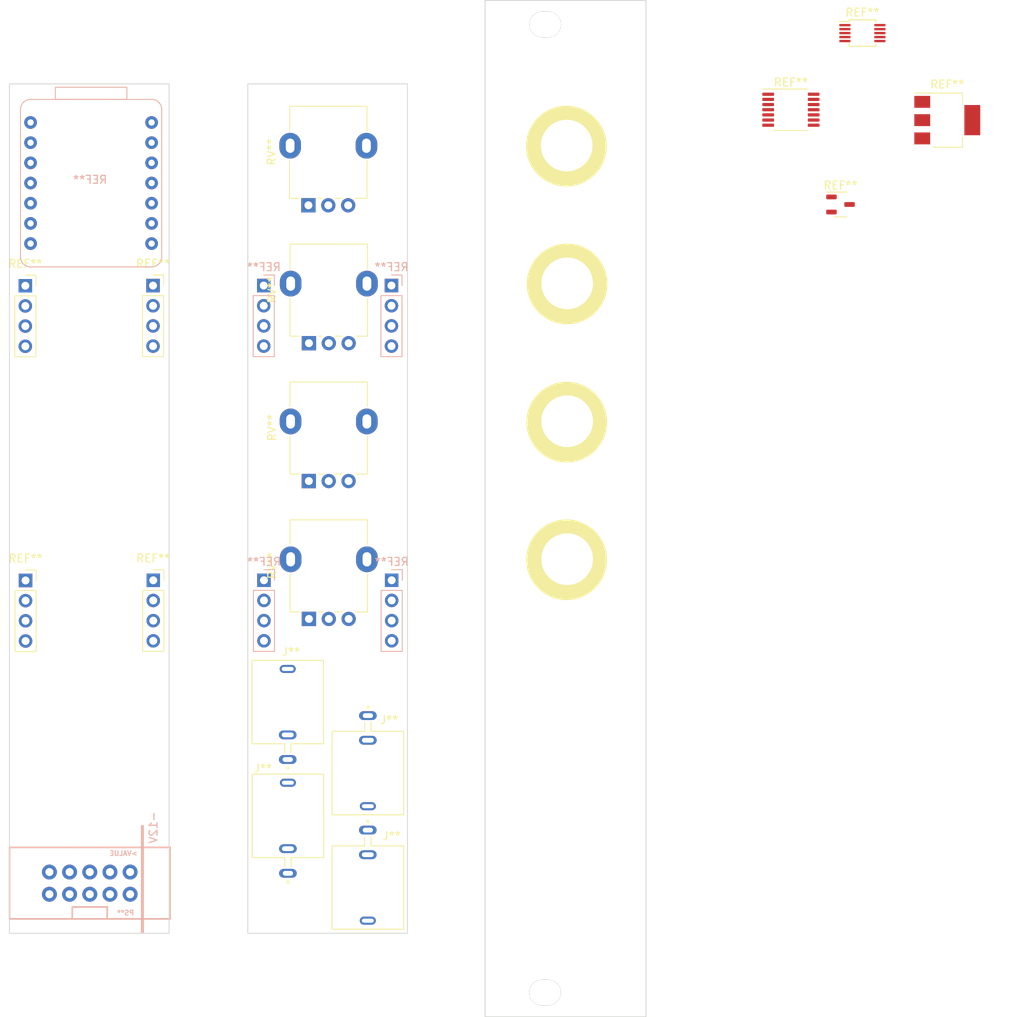
<source format=kicad_pcb>
(kicad_pcb (version 20221018) (generator pcbnew)
  (layers (0 "F.Cu" signal) (31 "B.Cu" signal) (34 "B.Paste" user) (35 "F.Paste" user) (36 "B.SilkS" user "B.Silkscreen") (37 "F.SilkS" user "F.Silkscreen") (38 "B.Mask" user) (39 "F.Mask" user) (44 "Edge.Cuts" user))
  (net 0 "")
  (footprint "MountingHole:MountingHole_6.5mm" (layer "F.Cu") (at 148.138403 57.892605)
    (fp_text reference "REF**" hide)
    (fp_text value "MountingHole_6.5mm" hide)
    (pad "" np_thru_hole circle (at 0 0) (size 6.5 6.5) (drill 6.5) (layers "*.Cu" "*.Mask"))
  )
  (footprint "Connector_PinSocket_2.54mm:PinSocket_1x04_P2.54mm_Vertical" (layer "F.Cu") (at 79.941899 58.192159)
    (fp_text reference "REF**" (at 0 -2.77) (layer "F.SilkS"))
    (fp_text value "PinSocket_1x04_P2.54mm_Vertical" hide)
    (fp_line (start -1.33 1.27) (end -1.33 8.95) (stroke (width 0.12)) (layer "F.SilkS"))
    (fp_line (start -1.33 1.27) (end 1.33 1.27) (stroke (width 0.12)) (layer "F.SilkS"))
    (fp_line (start -1.33 8.95) (end 1.33 8.95) (stroke (width 0.12)) (layer "F.SilkS"))
    (fp_line (start 0 -1.33) (end 1.33 -1.33) (stroke (width 0.12)) (layer "F.SilkS"))
    (fp_line (start 1.33 -1.33) (end 1.33 0) (stroke (width 0.12)) (layer "F.SilkS"))
    (fp_line (start 1.33 1.27) (end 1.33 8.95) (stroke (width 0.12)) (layer "F.SilkS"))
    (pad "1" thru_hole rect (at 0 0) (size 1.7 1.7) (drill 1) (layers "*.Cu" "*.Mask"))
    (pad "2" thru_hole oval (at 0 2.54) (size 1.7 1.7) (drill 1) (layers "*.Cu" "*.Mask"))
    (pad "3" thru_hole oval (at 0 5.08) (size 1.7 1.7) (drill 1) (layers "*.Cu" "*.Mask"))
    (pad "4" thru_hole oval (at 0 7.62) (size 1.7 1.7) (drill 1) (layers "*.Cu" "*.Mask"))
  )
  (footprint "Connector_PinSocket_2.54mm:PinSocket_1x04_P2.54mm_Vertical" (layer "F.Cu") (at 96.042765 95.264418)
    (fp_text reference "REF**" (at 0 -2.77) (layer "F.SilkS"))
    (fp_text value "PinSocket_1x04_P2.54mm_Vertical" hide)
    (fp_line (start -1.33 1.27) (end -1.33 8.95) (stroke (width 0.12)) (layer "F.SilkS"))
    (fp_line (start -1.33 1.27) (end 1.33 1.27) (stroke (width 0.12)) (layer "F.SilkS"))
    (fp_line (start -1.33 8.95) (end 1.33 8.95) (stroke (width 0.12)) (layer "F.SilkS"))
    (fp_line (start 0 -1.33) (end 1.33 -1.33) (stroke (width 0.12)) (layer "F.SilkS"))
    (fp_line (start 1.33 -1.33) (end 1.33 0) (stroke (width 0.12)) (layer "F.SilkS"))
    (fp_line (start 1.33 1.27) (end 1.33 8.95) (stroke (width 0.12)) (layer "F.SilkS"))
    (pad "1" thru_hole rect (at 0 0) (size 1.7 1.7) (drill 1) (layers "*.Cu" "*.Mask"))
    (pad "2" thru_hole oval (at 0 2.54) (size 1.7 1.7) (drill 1) (layers "*.Cu" "*.Mask"))
    (pad "3" thru_hole oval (at 0 5.08) (size 1.7 1.7) (drill 1) (layers "*.Cu" "*.Mask"))
    (pad "4" thru_hole oval (at 0 7.62) (size 1.7 1.7) (drill 1) (layers "*.Cu" "*.Mask"))
  )
  (footprint "MountingHole:MountingHole_6.5mm" (layer "F.Cu") (at 148.07917 40.55298)
    (fp_text reference "REF**" hide)
    (fp_text value "MountingHole_6.5mm" hide)
    (pad "" np_thru_hole circle (at 0 0) (size 6.5 6.5) (drill 6.5) (layers "*.Cu" "*.Mask"))
  )
  (footprint "Package_TO_SOT_SMD:SOT-23-3" (layer "F.Cu") (at 182.539574 47.964469)
    (fp_text reference "REF**" (at 0 -2.4) (layer "F.SilkS"))
    (fp_text value " LM4040C10IDBZR ")
    (fp_line (start 0 -1.56) (end -1.8 -1.56) (stroke (width 0.12)) (layer "F.SilkS"))
    (fp_line (start 0 -1.56) (end 0.8 -1.56) (stroke (width 0.12)) (layer "F.SilkS"))
    (fp_line (start 0 1.56) (end -0.8 1.56) (stroke (width 0.12)) (layer "F.SilkS"))
    (fp_line (start 0 1.56) (end 0.8 1.56) (stroke (width 0.12)) (layer "F.SilkS"))
    (pad "1" smd roundrect (at -1.1375 -0.95) (size 1.325 0.6) (layers "F.Cu" "F.Paste" "F.Mask"))
    (pad "2" smd roundrect (at -1.1375 0.95) (size 1.325 0.6) (layers "F.Cu" "F.Paste" "F.Mask"))
    (pad "3" smd roundrect (at 1.1375 0) (size 1.325 0.6) (layers "F.Cu" "F.Paste" "F.Mask"))
  )
  (footprint "winterbloom:MountingHole_M3_Slotted_Eurorack" (layer "F.Cu") (at 145.372255 25.307521)
    (fp_text reference " " hide)
    (fp_text value " " hide)
    (pad "" np_thru_hole roundrect (at 0 0) (size 4 3.2) (drill oval 4 3.2) (layers "*.Cu" "*.Mask") (roundrect_rratio 0.5))
  )
  (footprint "Package_SO:MSOP-10_3x3mm_P0.5mm" (layer "F.Cu") (at 185.296481 26.392135)
    (fp_text reference "REF**" (at 0 -2.6) (layer "F.SilkS"))
    (fp_text value " ADC124S051CIMM/NOPB ")
    (fp_line (start -1.675 -1.675) (end -1.675 -1.45) (stroke (width 0.15)) (layer "F.SilkS"))
    (fp_line (start -1.675 -1.675) (end 1.675 -1.675) (stroke (width 0.15)) (layer "F.SilkS"))
    (fp_line (start -1.675 -1.45) (end -2.9 -1.45) (stroke (width 0.15)) (layer "F.SilkS"))
    (fp_line (start -1.675 1.675) (end -1.675 1.375) (stroke (width 0.15)) (layer "F.SilkS"))
    (fp_line (start -1.675 1.675) (end 1.675 1.675) (stroke (width 0.15)) (layer "F.SilkS"))
    (fp_line (start 1.675 -1.675) (end 1.675 -1.375) (stroke (width 0.15)) (layer "F.SilkS"))
    (fp_line (start 1.675 1.675) (end 1.675 1.375) (stroke (width 0.15)) (layer "F.SilkS"))
    (pad "1" smd rect (at -2.2 -1) (size 1.4 0.3) (layers "F.Cu" "F.Paste" "F.Mask"))
    (pad "2" smd rect (at -2.2 -0.5) (size 1.4 0.3) (layers "F.Cu" "F.Paste" "F.Mask"))
    (pad "3" smd rect (at -2.2 0) (size 1.4 0.3) (layers "F.Cu" "F.Paste" "F.Mask"))
    (pad "4" smd rect (at -2.2 0.5) (size 1.4 0.3) (layers "F.Cu" "F.Paste" "F.Mask"))
    (pad "5" smd rect (at -2.2 1) (size 1.4 0.3) (layers "F.Cu" "F.Paste" "F.Mask"))
    (pad "6" smd rect (at 2.2 1) (size 1.4 0.3) (layers "F.Cu" "F.Paste" "F.Mask"))
    (pad "7" smd rect (at 2.2 0.5) (size 1.4 0.3) (layers "F.Cu" "F.Paste" "F.Mask"))
    (pad "8" smd rect (at 2.2 0) (size 1.4 0.3) (layers "F.Cu" "F.Paste" "F.Mask"))
    (pad "9" smd rect (at 2.2 -0.5) (size 1.4 0.3) (layers "F.Cu" "F.Paste" "F.Mask"))
    (pad "10" smd rect (at 2.2 -1) (size 1.4 0.3) (layers "F.Cu" "F.Paste" "F.Mask"))
  )
  (footprint "Package_TO_SOT_SMD:SOT-223-3_TabPin2" (layer "F.Cu") (at 195.976216 37.346702)
    (fp_text reference "REF**" (at 0 -4.5) (layer "F.SilkS"))
    (fp_text value " MCP1703AT-5002E/DB ")
    (fp_line (start -4.1 -3.41) (end 1.91 -3.41) (stroke (width 0.12)) (layer "F.SilkS"))
    (fp_line (start -1.85 3.41) (end 1.91 3.41) (stroke (width 0.12)) (layer "F.SilkS"))
    (fp_line (start 1.91 -3.41) (end 1.91 -2.15) (stroke (width 0.12)) (layer "F.SilkS"))
    (fp_line (start 1.91 3.41) (end 1.91 2.15) (stroke (width 0.12)) (layer "F.SilkS"))
    (pad "1" smd rect (at -3.15 -2.3) (size 2 1.5) (layers "F.Cu" "F.Paste" "F.Mask"))
    (pad "2" smd rect (at -3.15 0) (size 2 1.5) (layers "F.Cu" "F.Paste" "F.Mask"))
    (pad "2" smd rect (at 3.15 0) (size 2 3.8) (layers "F.Cu" "F.Paste" "F.Mask"))
    (pad "3" smd rect (at -3.15 2.3) (size 2 1.5) (layers "F.Cu" "F.Paste" "F.Mask"))
  )
  (footprint "Connector_PinSocket_2.54mm:PinSocket_1x04_P2.54mm_Vertical" (layer "F.Cu") (at 96.014571 58.171761)
    (fp_text reference "REF**" (at 0 -2.77) (layer "F.SilkS"))
    (fp_text value "PinSocket_1x04_P2.54mm_Vertical" hide)
    (fp_line (start -1.33 1.27) (end -1.33 8.95) (stroke (width 0.12)) (layer "F.SilkS"))
    (fp_line (start -1.33 1.27) (end 1.33 1.27) (stroke (width 0.12)) (layer "F.SilkS"))
    (fp_line (start -1.33 8.95) (end 1.33 8.95) (stroke (width 0.12)) (layer "F.SilkS"))
    (fp_line (start 0 -1.33) (end 1.33 -1.33) (stroke (width 0.12)) (layer "F.SilkS"))
    (fp_line (start 1.33 -1.33) (end 1.33 0) (stroke (width 0.12)) (layer "F.SilkS"))
    (fp_line (start 1.33 1.27) (end 1.33 8.95) (stroke (width 0.12)) (layer "F.SilkS"))
    (pad "1" thru_hole rect (at 0 0) (size 1.7 1.7) (drill 1) (layers "*.Cu" "*.Mask"))
    (pad "2" thru_hole oval (at 0 2.54) (size 1.7 1.7) (drill 1) (layers "*.Cu" "*.Mask"))
    (pad "3" thru_hole oval (at 0 5.08) (size 1.7 1.7) (drill 1) (layers "*.Cu" "*.Mask"))
    (pad "4" thru_hole oval (at 0 7.62) (size 1.7 1.7) (drill 1) (layers "*.Cu" "*.Mask"))
  )
  (footprint "MountingHole:MountingHole_6mm" (layer "F.Cu") (at 142.990731 125.661318)
    (fp_text reference "REF**" hide)
    (fp_text value "MountingHole_6mm" hide)
    (pad "" np_thru_hole circle (at 0 0) (size 6 6) (drill 6) (layers "*.Cu" "*.Mask"))
  )
  (footprint "Import Library:Socket-3.5mm THT-Thonkiconn PJ398SM-12" (layer "F.Cu") (at 123.045732 133.182022 180)
    (fp_text reference "J**" (at -3.003103 5.741859) (layer "F.SilkS"))
    (fp_text value "THONK_PJ398SM-12" hide)
    (fp_line (start -4.5 -6) (end -4.5 4.5) (stroke (width 0.127)) (layer "F.SilkS"))
    (fp_line (start -4.5 -6) (end 4.5 -6) (stroke (width 0.127)) (layer "F.SilkS"))
    (fp_line (start -4.5 4.5) (end -0.4 4.5) (stroke (width 0.127)) (layer "F.SilkS"))
    (fp_line (start -0.4 4.5) (end -0.4 5.605) (stroke (width 0.127)) (layer "F.SilkS"))
    (fp_line (start 0.4 4.5) (end 4.5 4.5) (stroke (width 0.127)) (layer "F.SilkS"))
    (fp_line (start 0.4 5.605) (end 0.4 4.5) (stroke (width 0.127)) (layer "F.SilkS"))
    (fp_line (start 4.5 4.5) (end 4.5 -6) (stroke (width 0.127)) (layer "F.SilkS"))
    (fp_circle (center 0 7.55) (end 0.1 7.55) (stroke (width 0.2)) (fill none) (layer "F.SilkS"))
    (pad "1" thru_hole oval (at 0 6.48 180) (size 2.216 1.108) (drill oval 1.3 0.6) (layers "*.Cu" "*.Mask"))
    (pad "2" thru_hole oval (at 0 3.38 180) (size 2.216 1.108) (drill oval 1.5 0.6) (layers "*.Cu" "*.Mask"))
    (pad "3" thru_hole oval (at 0 -4.92 180) (size 2.016 1.008) (drill oval 1.5 0.5) (layers "*.Cu" "*.Mask"))
  )
  (footprint "MountingHole:MountingHole_6mm" (layer "F.Cu") (at 153.054098 118.775654)
    (fp_text reference "REF**" hide)
    (fp_text value "MountingHole_6mm" hide)
    (pad "" np_thru_hole circle (at 0 0) (size 6 6) (drill 6) (layers "*.Cu" "*.Mask"))
  )
  (footprint "MountingHole:MountingHole_6mm" (layer "F.Cu") (at 153.045732 133.182022)
    (fp_text reference "REF**" hide)
    (fp_text value "MountingHole_6mm" hide)
    (pad "" np_thru_hole circle (at 0 0) (size 6 6) (drill 6) (layers "*.Cu" "*.Mask"))
  )
  (footprint "MountingHole:MountingHole_6.5mm" (layer "F.Cu") (at 148.134008 75.24349)
    (fp_text reference "REF**" hide)
    (fp_text value "MountingHole_6.5mm" hide)
    (pad "" np_thru_hole circle (at 0 0) (size 6.5 6.5) (drill 6.5) (layers "*.Cu" "*.Mask"))
  )
  (footprint "Import Library:Potentiometer-9mm Single THT-Thonk T18 B100K" (layer "F.Cu") (at 115.635107 100.12521 90)
    (fp_text reference "RV**" (at 6.71 -4.64 90) (layer "F.SilkS"))
    (fp_text value "Thonk T18 B100K Potentiometer" hide)
    (fp_line (start 0.88 -2.38) (end 5.6 -2.38) (stroke (width 0.12)) (layer "F.SilkS"))
    (fp_line (start 0.88 -1.19) (end 0.88 -2.37) (stroke (width 0.12)) (layer "F.SilkS"))
    (fp_line (start 0.88 1.71) (end 0.88 1.18) (stroke (width 0.12)) (layer "F.SilkS"))
    (fp_line (start 0.88 4.16) (end 0.88 3.33) (stroke (width 0.12)) (layer "F.SilkS"))
    (fp_line (start 0.88 7.37) (end 0.88 5.88) (stroke (width 0.12)) (layer "F.SilkS"))
    (fp_line (start 0.88 7.37) (end 5.6 7.37) (stroke (width 0.12)) (layer "F.SilkS"))
    (fp_line (start 9.41 -2.37) (end 12.47 -2.37) (stroke (width 0.12)) (layer "F.SilkS"))
    (fp_line (start 9.41 7.37) (end 12.47 7.37) (stroke (width 0.12)) (layer "F.SilkS"))
    (fp_line (start 12.47 7.37) (end 12.47 -2.37) (stroke (width 0.12)) (layer "F.SilkS"))
    (pad "" thru_hole oval (at 7.5 -2.3 180) (size 2.72 3.24) (drill oval 1.1 1.8) (layers "*.Cu" "*.Mask"))
    (pad "" thru_hole oval (at 7.5 7.3 180) (size 2.72 3.24) (drill oval 1.1 1.8) (layers "*.Cu" "*.Mask"))
    (pad "1" thru_hole rect (at 0 0 180) (size 1.8 1.8) (drill 1) (layers "*.Cu" "*.Mask"))
    (pad "2" thru_hole circle (at 0 2.5 180) (size 1.8 1.8) (drill 1) (layers "*.Cu" "*.Mask"))
    (pad "3" thru_hole circle (at 0 5 180) (size 1.8 1.8) (drill 1) (layers "*.Cu" "*.Mask"))
  )
  (footprint "Import Library:Socket-3.5mm THT-Thonkiconn PJ398SM-12" (layer "F.Cu") (at 112.990731 125.661318)
    (fp_text reference "J**" (at -3.139325 -6.717727) (layer "F.SilkS"))
    (fp_text value "THONK_PJ398SM-12" hide)
    (fp_line (start -4.5 -6) (end -4.5 4.5) (stroke (width 0.127)) (layer "F.SilkS"))
    (fp_line (start -4.5 -6) (end 4.5 -6) (stroke (width 0.127)) (layer "F.SilkS"))
    (fp_line (start -4.5 4.5) (end -0.4 4.5) (stroke (width 0.127)) (layer "F.SilkS"))
    (fp_line (start -0.4 4.5) (end -0.4 5.605) (stroke (width 0.127)) (layer "F.SilkS"))
    (fp_line (start 0.4 4.5) (end 4.5 4.5) (stroke (width 0.127)) (layer "F.SilkS"))
    (fp_line (start 0.4 5.605) (end 0.4 4.5) (stroke (width 0.127)) (layer "F.SilkS"))
    (fp_line (start 4.5 4.5) (end 4.5 -6) (stroke (width 0.127)) (layer "F.SilkS"))
    (fp_circle (center 0 7.55) (end 0.1 7.55) (stroke (width 0.2)) (fill none) (layer "F.SilkS"))
    (pad "1" thru_hole oval (at 0 6.48) (size 2.216 1.108) (drill oval 1.3 0.6) (layers "*.Cu" "*.Mask"))
    (pad "2" thru_hole oval (at 0 3.38) (size 2.216 1.108) (drill oval 1.5 0.6) (layers "*.Cu" "*.Mask"))
    (pad "3" thru_hole oval (at 0 -4.92) (size 2.016 1.008) (drill oval 1.5 0.5) (layers "*.Cu" "*.Mask"))
  )
  (footprint "winterbloom:MountingHole_M3_Slotted_Eurorack" (layer "F.Cu") (at 145.344489 147.149756)
    (fp_text reference " " hide)
    (fp_text value " " hide)
    (pad "" np_thru_hole roundrect (at 0 0) (size 4 3.2) (drill oval 4 3.2) (layers "*.Cu" "*.Mask") (roundrect_rratio 0.5))
  )
  (footprint "MountingHole:MountingHole_6.5mm" (layer "F.Cu") (at 148.136165 92.604326)
    (fp_text reference "REF**" hide)
    (fp_text value "MountingHole_6.5mm" hide)
    (pad "" np_thru_hole circle (at 0 0) (size 6.5 6.5) (drill 6.5) (layers "*.Cu" "*.Mask"))
  )
  (footprint "Import Library:Potentiometer-9mm Single THT-Thonk T18 B100K" (layer "F.Cu") (at 115.572729 48.068323 90)
    (fp_text reference "RV**" (at 6.71 -4.64 90) (layer "F.SilkS"))
    (fp_text value "Thonk T18 B100K Potentiometer" hide)
    (fp_line (start 0.88 -2.38) (end 5.6 -2.38) (stroke (width 0.12)) (layer "F.SilkS"))
    (fp_line (start 0.88 -1.19) (end 0.88 -2.37) (stroke (width 0.12)) (layer "F.SilkS"))
    (fp_line (start 0.88 1.71) (end 0.88 1.18) (stroke (width 0.12)) (layer "F.SilkS"))
    (fp_line (start 0.88 4.16) (end 0.88 3.33) (stroke (width 0.12)) (layer "F.SilkS"))
    (fp_line (start 0.88 7.37) (end 0.88 5.88) (stroke (width 0.12)) (layer "F.SilkS"))
    (fp_line (start 0.88 7.37) (end 5.6 7.37) (stroke (width 0.12)) (layer "F.SilkS"))
    (fp_line (start 9.41 -2.37) (end 12.47 -2.37) (stroke (width 0.12)) (layer "F.SilkS"))
    (fp_line (start 9.41 7.37) (end 12.47 7.37) (stroke (width 0.12)) (layer "F.SilkS"))
    (fp_line (start 12.47 7.37) (end 12.47 -2.37) (stroke (width 0.12)) (layer "F.SilkS"))
    (pad "" thru_hole oval (at 7.5 -2.3 180) (size 2.72 3.24) (drill oval 1.1 1.8) (layers "*.Cu" "*.Mask"))
    (pad "" thru_hole oval (at 7.5 7.3 180) (size 2.72 3.24) (drill oval 1.1 1.8) (layers "*.Cu" "*.Mask"))
    (pad "1" thru_hole rect (at 0 0 180) (size 1.8 1.8) (drill 1) (layers "*.Cu" "*.Mask"))
    (pad "2" thru_hole circle (at 0 2.5 180) (size 1.8 1.8) (drill 1) (layers "*.Cu" "*.Mask"))
    (pad "3" thru_hole circle (at 0 5 180) (size 1.8 1.8) (drill 1) (layers "*.Cu" "*.Mask"))
  )
  (footprint "Import Library:Socket-3.5mm THT-Thonkiconn PJ398SM-12" (layer "F.Cu") (at 123.054098 118.775654 180)
    (fp_text reference "J**" (at -2.687372 5.935307) (layer "F.SilkS"))
    (fp_text value "THONK_PJ398SM-12" hide)
    (fp_line (start -4.5 -6) (end -4.5 4.5) (stroke (width 0.127)) (layer "F.SilkS"))
    (fp_line (start -4.5 -6) (end 4.5 -6) (stroke (width 0.127)) (layer "F.SilkS"))
    (fp_line (start -4.5 4.5) (end -0.4 4.5) (stroke (width 0.127)) (layer "F.SilkS"))
    (fp_line (start -0.4 4.5) (end -0.4 5.605) (stroke (width 0.127)) (layer "F.SilkS"))
    (fp_line (start 0.4 4.5) (end 4.5 4.5) (stroke (width 0.127)) (layer "F.SilkS"))
    (fp_line (start 0.4 5.605) (end 0.4 4.5) (stroke (width 0.127)) (layer "F.SilkS"))
    (fp_line (start 4.5 4.5) (end 4.5 -6) (stroke (width 0.127)) (layer "F.SilkS"))
    (fp_circle (center 0 7.55) (end 0.1 7.55) (stroke (width 0.2)) (fill none) (layer "F.SilkS"))
    (pad "1" thru_hole oval (at 0 6.48 180) (size 2.216 1.108) (drill oval 1.3 0.6) (layers "*.Cu" "*.Mask"))
    (pad "2" thru_hole oval (at 0 3.38 180) (size 2.216 1.108) (drill oval 1.5 0.6) (layers "*.Cu" "*.Mask"))
    (pad "3" thru_hole oval (at 0 -4.92 180) (size 2.016 1.008) (drill oval 1.5 0.5) (layers "*.Cu" "*.Mask"))
  )
  (footprint "Import Library:Socket-3.5mm THT-Thonkiconn PJ398SM-12" (layer "F.Cu") (at 112.965946 111.339433)
    (fp_text reference "J**" (at 0.409556 -7.060634) (layer "F.SilkS"))
    (fp_text value "THONK_PJ398SM-12" hide)
    (fp_line (start -4.5 -6) (end -4.5 4.5) (stroke (width 0.127)) (layer "F.SilkS"))
    (fp_line (start -4.5 -6) (end 4.5 -6) (stroke (width 0.127)) (layer "F.SilkS"))
    (fp_line (start -4.5 4.5) (end -0.4 4.5) (stroke (width 0.127)) (layer "F.SilkS"))
    (fp_line (start -0.4 4.5) (end -0.4 5.605) (stroke (width 0.127)) (layer "F.SilkS"))
    (fp_line (start 0.4 4.5) (end 4.5 4.5) (stroke (width 0.127)) (layer "F.SilkS"))
    (fp_line (start 0.4 5.605) (end 0.4 4.5) (stroke (width 0.127)) (layer "F.SilkS"))
    (fp_line (start 4.5 4.5) (end 4.5 -6) (stroke (width 0.127)) (layer "F.SilkS"))
    (fp_circle (center 0 7.55) (end 0.1 7.55) (stroke (width 0.2)) (fill none) (layer "F.SilkS"))
    (pad "1" thru_hole oval (at 0 6.48) (size 2.216 1.108) (drill oval 1.3 0.6) (layers "*.Cu" "*.Mask"))
    (pad "2" thru_hole oval (at 0 3.38) (size 2.216 1.108) (drill oval 1.5 0.6) (layers "*.Cu" "*.Mask"))
    (pad "3" thru_hole oval (at 0 -4.92) (size 2.016 1.008) (drill oval 1.5 0.5) (layers "*.Cu" "*.Mask"))
  )
  (footprint "MountingHole:MountingHole_6mm" (layer "F.Cu") (at 142.965946 111.339433)
    (fp_text reference "REF**" hide)
    (fp_text value "MountingHole_6mm" hide)
    (pad "" np_thru_hole circle (at 0 0) (size 6 6) (drill 6) (layers "*.Cu" "*.Mask"))
  )
  (footprint "Connector_PinSocket_2.54mm:PinSocket_1x04_P2.54mm_Vertical" (layer "F.Cu") (at 79.970093 95.284816)
    (fp_text reference "REF**" (at 0 -2.77) (layer "F.SilkS"))
    (fp_text value "PinSocket_1x04_P2.54mm_Vertical" hide)
    (fp_line (start -1.33 1.27) (end -1.33 8.95) (stroke (width 0.12)) (layer "F.SilkS"))
    (fp_line (start -1.33 1.27) (end 1.33 1.27) (stroke (width 0.12)) (layer "F.SilkS"))
    (fp_line (start -1.33 8.95) (end 1.33 8.95) (stroke (width 0.12)) (layer "F.SilkS"))
    (fp_line (start 0 -1.33) (end 1.33 -1.33) (stroke (width 0.12)) (layer "F.SilkS"))
    (fp_line (start 1.33 -1.33) (end 1.33 0) (stroke (width 0.12)) (layer "F.SilkS"))
    (fp_line (start 1.33 1.27) (end 1.33 8.95) (stroke (width 0.12)) (layer "F.SilkS"))
    (pad "1" thru_hole rect (at 0 0) (size 1.7 1.7) (drill 1) (layers "*.Cu" "*.Mask"))
    (pad "2" thru_hole oval (at 0 2.54) (size 1.7 1.7) (drill 1) (layers "*.Cu" "*.Mask"))
    (pad "3" thru_hole oval (at 0 5.08) (size 1.7 1.7) (drill 1) (layers "*.Cu" "*.Mask"))
    (pad "4" thru_hole oval (at 0 7.62) (size 1.7 1.7) (drill 1) (layers "*.Cu" "*.Mask"))
  )
  (footprint "Import Library:Potentiometer-9mm Single THT-Thonk T18 B100K" (layer "F.Cu") (at 115.6357 65.420618 90)
    (fp_text reference "RV**" (at 6.71 -4.64 90) (layer "F.SilkS"))
    (fp_text value "Thonk T18 B100K Potentiometer" hide)
    (fp_line (start 0.88 -2.38) (end 5.6 -2.38) (stroke (width 0.12)) (layer "F.SilkS"))
    (fp_line (start 0.88 -1.19) (end 0.88 -2.37) (stroke (width 0.12)) (layer "F.SilkS"))
    (fp_line (start 0.88 1.71) (end 0.88 1.18) (stroke (width 0.12)) (layer "F.SilkS"))
    (fp_line (start 0.88 4.16) (end 0.88 3.33) (stroke (width 0.12)) (layer "F.SilkS"))
    (fp_line (start 0.88 7.37) (end 0.88 5.88) (stroke (width 0.12)) (layer "F.SilkS"))
    (fp_line (start 0.88 7.37) (end 5.6 7.37) (stroke (width 0.12)) (layer "F.SilkS"))
    (fp_line (start 9.41 -2.37) (end 12.47 -2.37) (stroke (width 0.12)) (layer "F.SilkS"))
    (fp_line (start 9.41 7.37) (end 12.47 7.37) (stroke (width 0.12)) (layer "F.SilkS"))
    (fp_line (start 12.47 7.37) (end 12.47 -2.37) (stroke (width 0.12)) (layer "F.SilkS"))
    (pad "" thru_hole oval (at 7.5 -2.3 180) (size 2.72 3.24) (drill oval 1.1 1.8) (layers "*.Cu" "*.Mask"))
    (pad "" thru_hole oval (at 7.5 7.3 180) (size 2.72 3.24) (drill oval 1.1 1.8) (layers "*.Cu" "*.Mask"))
    (pad "1" thru_hole rect (at 0 0 180) (size 1.8 1.8) (drill 1) (layers "*.Cu" "*.Mask"))
    (pad "2" thru_hole circle (at 0 2.5 180) (size 1.8 1.8) (drill 1) (layers "*.Cu" "*.Mask"))
    (pad "3" thru_hole circle (at 0 5 180) (size 1.8 1.8) (drill 1) (layers "*.Cu" "*.Mask"))
  )
  (footprint "Import Library:Potentiometer-9mm Single THT-Thonk T18 B100K" (layer "F.Cu") (at 115.624401 82.772913 90)
    (fp_text reference "RV**" (at 6.71 -4.64 90) (layer "F.SilkS"))
    (fp_text value "Thonk T18 B100K Potentiometer" hide)
    (fp_line (start 0.88 -2.38) (end 5.6 -2.38) (stroke (width 0.12)) (layer "F.SilkS"))
    (fp_line (start 0.88 -1.19) (end 0.88 -2.37) (stroke (width 0.12)) (layer "F.SilkS"))
    (fp_line (start 0.88 1.71) (end 0.88 1.18) (stroke (width 0.12)) (layer "F.SilkS"))
    (fp_line (start 0.88 4.16) (end 0.88 3.33) (stroke (width 0.12)) (layer "F.SilkS"))
    (fp_line (start 0.88 7.37) (end 0.88 5.88) (stroke (width 0.12)) (layer "F.SilkS"))
    (fp_line (start 0.88 7.37) (end 5.6 7.37) (stroke (width 0.12)) (layer "F.SilkS"))
    (fp_line (start 9.41 -2.37) (end 12.47 -2.37) (stroke (width 0.12)) (layer "F.SilkS"))
    (fp_line (start 9.41 7.37) (end 12.47 7.37) (stroke (width 0.12)) (layer "F.SilkS"))
    (fp_line (start 12.47 7.37) (end 12.47 -2.37) (stroke (width 0.12)) (layer "F.SilkS"))
    (pad "" thru_hole oval (at 7.5 -2.3 180) (size 2.72 3.24) (drill oval 1.1 1.8) (layers "*.Cu" "*.Mask"))
    (pad "" thru_hole oval (at 7.5 7.3 180) (size 2.72 3.24) (drill oval 1.1 1.8) (layers "*.Cu" "*.Mask"))
    (pad "1" thru_hole rect (at 0 0 180) (size 1.8 1.8) (drill 1) (layers "*.Cu" "*.Mask"))
    (pad "2" thru_hole circle (at 0 2.5 180) (size 1.8 1.8) (drill 1) (layers "*.Cu" "*.Mask"))
    (pad "3" thru_hole circle (at 0 5 180) (size 1.8 1.8) (drill 1) (layers "*.Cu" "*.Mask"))
  )
  (footprint "Package_SO:TSSOP-14_4.4x5mm_P0.65mm" (layer "F.Cu") (at 176.295773 36.038031)
    (fp_text reference "REF**" (at 0 -3.45) (layer "F.SilkS"))
    (fp_text value "MCP6004T-I/ST ")
    (fp_line (start 0 -2.61) (end -3.6 -2.61) (stroke (width 0.12)) (layer "F.SilkS"))
    (fp_line (start 0 -2.61) (end 2.2 -2.61) (stroke (width 0.12)) (layer "F.SilkS"))
    (fp_line (start 0 2.61) (end -2.2 2.61) (stroke (width 0.12)) (layer "F.SilkS"))
    (fp_line (start 0 2.61) (end 2.2 2.61) (stroke (width 0.12)) (layer "F.SilkS"))
    (pad "1" smd roundrect (at -2.8625 -1.95) (size 1.475 0.4) (layers "F.Cu" "F.Paste" "F.Mask"))
    (pad "2" smd roundrect (at -2.8625 -1.3) (size 1.475 0.4) (layers "F.Cu" "F.Paste" "F.Mask"))
    (pad "3" smd roundrect (at -2.8625 -0.65) (size 1.475 0.4) (layers "F.Cu" "F.Paste" "F.Mask"))
    (pad "4" smd roundrect (at -2.8625 0) (size 1.475 0.4) (layers "F.Cu" "F.Paste" "F.Mask"))
    (pad "5" smd roundrect (at -2.8625 0.65) (size 1.475 0.4) (layers "F.Cu" "F.Paste" "F.Mask"))
    (pad "6" smd roundrect (at -2.8625 1.3) (size 1.475 0.4) (layers "F.Cu" "F.Paste" "F.Mask"))
    (pad "7" smd roundrect (at -2.8625 1.95) (size 1.475 0.4) (layers "F.Cu" "F.Paste" "F.Mask"))
    (pad "8" smd roundrect (at 2.8625 1.95) (size 1.475 0.4) (layers "F.Cu" "F.Paste" "F.Mask"))
    (pad "9" smd roundrect (at 2.8625 1.3) (size 1.475 0.4) (layers "F.Cu" "F.Paste" "F.Mask"))
    (pad "10" smd roundrect (at 2.8625 0.65) (size 1.475 0.4) (layers "F.Cu" "F.Paste" "F.Mask"))
    (pad "11" smd roundrect (at 2.8625 0) (size 1.475 0.4) (layers "F.Cu" "F.Paste" "F.Mask"))
    (pad "12" smd roundrect (at 2.8625 -0.65) (size 1.475 0.4) (layers "F.Cu" "F.Paste" "F.Mask"))
    (pad "13" smd roundrect (at 2.8625 -1.3) (size 1.475 0.4) (layers "F.Cu" "F.Paste" "F.Mask"))
    (pad "14" smd roundrect (at 2.8625 -1.95) (size 1.475 0.4) (layers "F.Cu" "F.Paste" "F.Mask"))
  )
  (footprint "Connector_PinHeader_2.54mm:PinHeader_1x04_P2.54mm_Vertical" (layer "B.Cu") (at 109.948035 58.167005 180)
    (fp_text reference "REF**" (at 0 2.33) (layer "B.SilkS") (effects (justify mirror)))
    (fp_text value "PinHeader_1x04_P2.54mm_Vertical" hide)
    (fp_line (start -1.33 -8.95) (end 1.33 -8.95) (stroke (width 0.12)) (layer "B.SilkS"))
    (fp_line (start -1.33 -1.27) (end -1.33 -8.95) (stroke (width 0.12)) (layer "B.SilkS"))
    (fp_line (start -1.33 -1.27) (end 1.33 -1.27) (stroke (width 0.12)) (layer "B.SilkS"))
    (fp_line (start -1.33 0) (end -1.33 1.33) (stroke (width 0.12)) (layer "B.SilkS"))
    (fp_line (start -1.33 1.33) (end 0 1.33) (stroke (width 0.12)) (layer "B.SilkS"))
    (fp_line (start 1.33 -1.27) (end 1.33 -8.95) (stroke (width 0.12)) (layer "B.SilkS"))
    (pad "1" thru_hole rect (at 0 0 180) (size 1.7 1.7) (drill 1) (layers "*.Cu" "*.Mask"))
    (pad "2" thru_hole oval (at 0 -2.54 180) (size 1.7 1.7) (drill 1) (layers "*.Cu" "*.Mask"))
    (pad "3" thru_hole oval (at 0 -5.08 180) (size 1.7 1.7) (drill 1) (layers "*.Cu" "*.Mask"))
    (pad "4" thru_hole oval (at 0 -7.62 180) (size 1.7 1.7) (drill 1) (layers "*.Cu" "*.Mask"))
  )
  (footprint "Import Library:Power-2x5-THT" (layer "B.Cu") (at 88.052337 133.381075 -90)
    (fp_text reference "PS**" (at 3.75 -4.5) (layer "B.SilkS") (effects (font (size 0.6096 0.6096) (thickness 0.127)) (justify mirror)))
    (fp_text value ">VALUE" (at -3.75 -4.25) (layer "B.SilkS") (effects (font (size 0.6096 0.6096) (thickness 0.127)) (justify mirror)))
    (fp_text user "-12V" (at -7 -8 90 unlocked) (layer "B.SilkS") (effects (justify mirror)))
    (fp_line (start -4.49834 -10.09904) (end -4.49834 -2.19964) (stroke (width 0.2032)) (layer "B.SilkS"))
    (fp_line (start -4.49834 -2.19964) (end -4.49834 2.19964) (stroke (width 0.2032)) (layer "B.SilkS"))
    (fp_line (start -4.49834 2.19964) (end -4.49834 10.09904) (stroke (width 0.2032)) (layer "B.SilkS"))
    (fp_line (start -4.49834 10.09904) (end 4.39928 10.09904) (stroke (width 0.2032)) (layer "B.SilkS"))
    (fp_line (start 3 2.19964) (end 3 -2.19964) (stroke (width 0.2032)) (layer "B.SilkS"))
    (fp_line (start 3.0007 2.19964) (end 4.4993 2.19964) (stroke (width 0.2032)) (layer "B.SilkS"))
    (fp_line (start 4.49834 -10.09904) (end -4.49834 -10.09904) (stroke (width 0.2032)) (layer "B.SilkS"))
    (fp_line (start 4.49834 10.09904) (end 4.49834 -10.09904) (stroke (width 0.2032)) (layer "B.SilkS"))
    (fp_line (start 4.4993 -2.19964) (end 3.0007 -2.19964) (stroke (width 0.2032)) (layer "B.SilkS"))
    (fp_rect (start 6.25 -6.5) (end -7.25 -6.75) (stroke (width 0.12)) (fill solid) (layer "B.SilkS"))
    (pad "1" thru_hole circle (at -1.397 5.08 270) (size 1.8796 1.8796) (drill 1.016) (layers "*.Cu" "*.Mask"))
    (pad "2" thru_hole circle (at 1.397 5.08 270) (size 1.8796 1.8796) (drill 1.016) (layers "*.Cu" "*.Mask"))
    (pad "3" thru_hole circle (at -1.397 2.54 270) (size 1.8796 1.8796) (drill 1.016) (layers "*.Cu" "*.Mask"))
    (pad "4" thru_hole circle (at 1.397 2.54 270) (size 1.8796 1.8796) (drill 1.016) (layers "*.Cu" "*.Mask"))
    (pad "5" thru_hole circle (at -1.397 0 270) (size 1.8796 1.8796) (drill 1.016) (layers "*.Cu" "*.Mask"))
    (pad "6" thru_hole circle (at 1.397 0 270) (size 1.8796 1.8796) (drill 1.016) (layers "*.Cu" "*.Mask"))
    (pad "7" thru_hole circle (at -1.397 -2.54 270) (size 1.8796 1.8796) (drill 1.016) (layers "*.Cu" "*.Mask"))
    (pad "8" thru_hole circle (at 1.397 -2.54 270) (size 1.8796 1.8796) (drill 1.016) (layers "*.Cu" "*.Mask"))
    (pad "9" thru_hole circle (at -1.397 -5.08 270) (size 1.8796 1.8796) (drill 1.016) (layers "*.Cu" "*.Mask"))
    (pad "10" thru_hole circle (at 1.397 -5.08 270) (size 1.8796 1.8796) (drill 1.016) (layers "*.Cu" "*.Mask"))
  )
  (footprint "Import Library:Microcontroller-XIAO RP2040" (layer "B.Cu") (at 88.092569 45.340426 180)
    (fp_text reference "REF**" (at 0 0.5 unlocked) (layer "B.SilkS") (effects (justify mirror)))
    (fp_text value "Microcontroller-XIAO RP2040")
    (fp_line (start -9.013803 -9.206131) (end -9.013803 9.335869) (stroke (width 0.12)) (layer "B.SilkS"))
    (fp_line (start -7.743803 10.605869) (end 7.496197 10.605869) (stroke (width 0.12)) (layer "B.SilkS"))
    (fp_line (start 7.496197 -10.476131) (end -7.743803 -10.476131) (stroke (width 0.12)) (layer "B.SilkS"))
    (fp_line (start 8.766197 9.335869) (end 8.766197 -9.206131) (stroke (width 0.12)) (layer "B.SilkS"))
    (fp_rect (start -4.623803 10.605869) (end 4.376197 12.129869) (stroke (width 0.12)) (fill none) (layer "B.SilkS"))
    (fp_arc (start -9.013803 -9.206131) (mid -8.641829 -10.104157) (end -7.743803 -10.476131) (stroke (width 0.12)) (layer "B.SilkS"))
    (fp_arc (start -7.743803 10.605869) (mid -8.641829 10.233895) (end -9.013803 9.335869) (stroke (width 0.12)) (layer "B.SilkS"))
    (fp_arc (start 7.496197 -10.476131) (mid 8.394225 -10.104158) (end 8.766197 -9.206131) (stroke (width 0.12)) (layer "B.SilkS"))
    (fp_arc (start 8.766197 9.335869) (mid 8.394233 10.233914) (end 7.496197 10.605869) (stroke (width 0.12)) (layer "B.SilkS"))
    (pad "1" thru_hole circle (at -7.741303 7.694869 180) (size 1.6 1.6) (drill 0.8) (layers "*.Cu" "*.Mask"))
    (pad "2" thru_hole circle (at -7.741303 5.154869 180) (size 1.6 1.6) (drill 0.8) (layers "*.Cu" "*.Mask"))
    (pad "3" thru_hole circle (at -7.741303 2.614869 180) (size 1.6 1.6) (drill 0.8) (layers "*.Cu" "*.Mask"))
    (pad "4" thru_hole circle (at -7.741303 0.074869 180) (size 1.6 1.6) (drill 0.8) (layers "*.Cu" "*.Mask"))
    (pad "5" thru_hole circle (at -7.741303 -2.465131 180) (size 1.6 1.6) (drill 0.8) (layers "*.Cu" "*.Mask"))
    (pad "6" thru_hole circle (at -7.741303 -5.005131 180) (size 1.6 1.6) (drill 0.8) (layers "*.Cu" "*.Mask"))
    (pad "7" thru_hole circle (at -7.741303 -7.545131 180) (size 1.6 1.6) (drill 0.8) (layers "*.Cu" "*.Mask"))
    (pad "8" thru_hole circle (at 7.493697 -7.545131 180) (size 1.6 1.6) (drill 0.8) (layers "*.Cu" "*.Mask"))
    (pad "9" thru_hole circle (at 7.493697 -5.005131 180) (size 1.6 1.6) (drill 0.8) (layers "*.Cu" "*.Mask"))
    (pad "10" thru_hole circle (at 7.493697 -2.465131 180) (size 1.6 1.6) (drill 0.8) (layers "*.Cu" "*.Mask"))
    (pad "11" thru_hole circle (at 7.493697 0.074869 180) (size 1.6 1.6) (drill 0.8) (layers "*.Cu" "*.Mask"))
    (pad "12" thru_hole circle (at 7.493697 2.614869 180) (size 1.6 1.6) (drill 0.8) (layers "*.Cu" "*.Mask"))
    (pad "13" thru_hole circle (at 7.493697 5.154869 180) (size 1.6 1.6) (drill 0.8) (layers "*.Cu" "*.Mask"))
    (pad "14" thru_hole circle (at 7.493697 7.694869 180) (size 1.6 1.6) (drill 0.8) (layers "*.Cu" "*.Mask"))
  )
  (footprint "Connector_PinHeader_2.54mm:PinHeader_1x04_P2.54mm_Vertical" (layer "B.Cu") (at 126.050374 95.259662 180)
    (fp_text reference "REF**" (at 0 2.33) (layer "B.SilkS") (effects (justify mirror)))
    (fp_text value "PinHeader_1x04_P2.54mm_Vertical" hide)
    (fp_line (start -1.33 -8.95) (end 1.33 -8.95) (stroke (width 0.12)) (layer "B.SilkS"))
    (fp_line (start -1.33 -1.27) (end -1.33 -8.95) (stroke (width 0.12)) (layer "B.SilkS"))
    (fp_line (start -1.33 -1.27) (end 1.33 -1.27) (stroke (width 0.12)) (layer "B.SilkS"))
    (fp_line (start -1.33 0) (end -1.33 1.33) (stroke (width 0.12)) (layer "B.SilkS"))
    (fp_line (start -1.33 1.33) (end 0 1.33) (stroke (width 0.12)) (layer "B.SilkS"))
    (fp_line (start 1.33 -1.27) (end 1.33 -8.95) (stroke (width 0.12)) (layer "B.SilkS"))
    (pad "1" thru_hole rect (at 0 0 180) (size 1.7 1.7) (drill 1) (layers "*.Cu" "*.Mask"))
    (pad "2" thru_hole oval (at 0 -2.54 180) (size 1.7 1.7) (drill 1) (layers "*.Cu" "*.Mask"))
    (pad "3" thru_hole oval (at 0 -5.08 180) (size 1.7 1.7) (drill 1) (layers "*.Cu" "*.Mask"))
    (pad "4" thru_hole oval (at 0 -7.62 180) (size 1.7 1.7) (drill 1) (layers "*.Cu" "*.Mask"))
  )
  (footprint "Connector_PinHeader_2.54mm:PinHeader_1x04_P2.54mm_Vertical" (layer "B.Cu") (at 109.976229 95.259662 180)
    (fp_text reference "REF**" (at 0 2.33) (layer "B.SilkS") (effects (justify mirror)))
    (fp_text value "PinHeader_1x04_P2.54mm_Vertical" hide)
    (fp_line (start -1.33 -8.95) (end 1.33 -8.95) (stroke (width 0.12)) (layer "B.SilkS"))
    (fp_line (start -1.33 -1.27) (end -1.33 -8.95) (stroke (width 0.12)) (layer "B.SilkS"))
    (fp_line (start -1.33 -1.27) (end 1.33 -1.27) (stroke (width 0.12)) (layer "B.SilkS"))
    (fp_line (start -1.33 0) (end -1.33 1.33) (stroke (width 0.12)) (layer "B.SilkS"))
    (fp_line (start -1.33 1.33) (end 0 1.33) (stroke (width 0.12)) (layer "B.SilkS"))
    (fp_line (start 1.33 -1.27) (end 1.33 -8.95) (stroke (width 0.12)) (layer "B.SilkS"))
    (pad "1" thru_hole rect (at 0 0 180) (size 1.7 1.7) (drill 1) (layers "*.Cu" "*.Mask"))
    (pad "2" thru_hole oval (at 0 -2.54 180) (size 1.7 1.7) (drill 1) (layers "*.Cu" "*.Mask"))
    (pad "3" thru_hole oval (at 0 -5.08 180) (size 1.7 1.7) (drill 1) (layers "*.Cu" "*.Mask"))
    (pad "4" thru_hole oval (at 0 -7.62 180) (size 1.7 1.7) (drill 1) (layers "*.Cu" "*.Mask"))
  )
  (footprint "Connector_PinHeader_2.54mm:PinHeader_1x04_P2.54mm_Vertical" (layer "B.Cu") (at 126.02218 58.167005 180)
    (fp_text reference "REF**" (at 0 2.33) (layer "B.SilkS") (effects (justify mirror)))
    (fp_text value "PinHeader_1x04_P2.54mm_Vertical" hide)
    (fp_line (start -1.33 -8.95) (end 1.33 -8.95) (stroke (width 0.12)) (layer "B.SilkS"))
    (fp_line (start -1.33 -1.27) (end -1.33 -8.95) (stroke (width 0.12)) (layer "B.SilkS"))
    (fp_line (start -1.33 -1.27) (end 1.33 -1.27) (stroke (width 0.12)) (layer "B.SilkS"))
    (fp_line (start -1.33 0) (end -1.33 1.33) (stroke (width 0.12)) (layer "B.SilkS"))
    (fp_line (start -1.33 1.33) (end 0 1.33) (stroke (width 0.12)) (layer "B.SilkS"))
    (fp_line (start 1.33 -1.27) (end 1.33 -8.95) (stroke (width 0.12)) (layer "B.SilkS"))
    (pad "1" thru_hole rect (at 0 0 180) (size 1.7 1.7) (drill 1) (layers "*.Cu" "*.Mask"))
    (pad "2" thru_hole oval (at 0 -2.54 180) (size 1.7 1.7) (drill 1) (layers "*.Cu" "*.Mask"))
    (pad "3" thru_hole oval (at 0 -5.08 180) (size 1.7 1.7) (drill 1) (layers "*.Cu" "*.Mask"))
    (pad "4" thru_hole oval (at 0 -7.62 180) (size 1.7 1.7) (drill 1) (layers "*.Cu" "*.Mask"))
  )
  (gr_circle (center 148.062704 92.679795) (end 153.065805 92.679795) (stroke (width 0.15)) (fill solid) (layer "F.SilkS"))
  (gr_circle (center 148.126901 57.962098) (end 153.130002 57.962098) (stroke (width 0.15)) (fill solid) (layer "F.SilkS"))
  (gr_circle (center 148.080975 75.359313) (end 153.084076 75.359313) (stroke (width 0.15)) (fill solid) (layer "F.SilkS"))
  (gr_circle (center 148.032625 40.618088) (end 153.035726 40.618088) (stroke (width 0.15)) (fill solid) (layer "F.SilkS"))
  (gr_rect (start 107.938457 32.783343) (end 128.039938 139.687764) (stroke (width 0.1)) (fill none) (layer "Edge.Cuts"))
  (gr_rect (start 77.938457 32.783343) (end 98.039938 139.687764) (stroke (width 0.1)) (fill none) (layer "Edge.Cuts"))
  (gr_rect (start 137.806696 22.278073) (end 158.058998 150.193033) (stroke (width 0.1)) (fill none) (layer "Edge.Cuts"))
)
</source>
